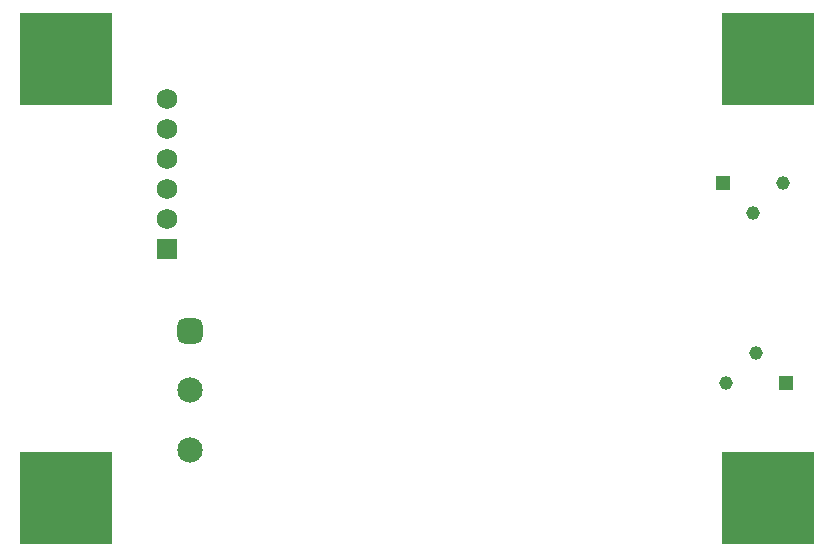
<source format=gbs>
G04*
G04 #@! TF.GenerationSoftware,Altium Limited,Altium Designer,24.9.1 (31)*
G04*
G04 Layer_Color=16711935*
%FSLAX44Y44*%
%MOMM*%
G71*
G04*
G04 #@! TF.SameCoordinates,75EA1287-3778-4008-B1FA-0AB461243C17*
G04*
G04*
G04 #@! TF.FilePolarity,Negative*
G04*
G01*
G75*
%ADD29R,7.8232X7.8232*%
%ADD30C,2.1532*%
G04:AMPARAMS|DCode=31|XSize=2.1532mm|YSize=2.1532mm|CornerRadius=0.5891mm|HoleSize=0mm|Usage=FLASHONLY|Rotation=270.000|XOffset=0mm|YOffset=0mm|HoleType=Round|Shape=RoundedRectangle|*
%AMROUNDEDRECTD31*
21,1,2.1532,0.9750,0,0,270.0*
21,1,0.9750,2.1532,0,0,270.0*
1,1,1.1782,-0.4875,-0.4875*
1,1,1.1782,-0.4875,0.4875*
1,1,1.1782,0.4875,0.4875*
1,1,1.1782,0.4875,-0.4875*
%
%ADD31ROUNDEDRECTD31*%
%ADD32R,1.7532X1.7532*%
%ADD33C,1.7532*%
%ADD34C,1.1500*%
%ADD35R,1.1500X1.1500*%
D29*
X431800Y756920D02*
D03*
X431800Y384810D02*
D03*
X1026160Y756920D02*
D03*
X1026160Y384810D02*
D03*
D30*
X537130Y426248D02*
D03*
Y476247D02*
D03*
D31*
Y526247D02*
D03*
D32*
X516890Y595630D02*
D03*
D33*
Y621030D02*
D03*
Y646430D02*
D03*
Y671830D02*
D03*
Y697230D02*
D03*
Y722630D02*
D03*
D34*
X1016000Y508000D02*
D03*
X990600Y482600D02*
D03*
X1013460Y626110D02*
D03*
X1038860Y651510D02*
D03*
D35*
X1041400Y482600D02*
D03*
X988060Y651510D02*
D03*
M02*

</source>
